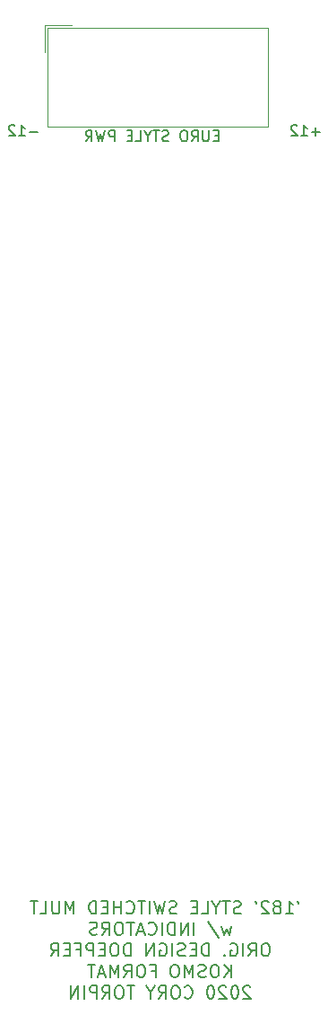
<source format=gbr>
G04 #@! TF.GenerationSoftware,KiCad,Pcbnew,(5.1.5)-3*
G04 #@! TF.CreationDate,2020-05-19T17:07:34-07:00*
G04 #@! TF.ProjectId,SM1REV1,534d3152-4556-4312-9e6b-696361645f70,rev?*
G04 #@! TF.SameCoordinates,Original*
G04 #@! TF.FileFunction,Legend,Bot*
G04 #@! TF.FilePolarity,Positive*
%FSLAX46Y46*%
G04 Gerber Fmt 4.6, Leading zero omitted, Abs format (unit mm)*
G04 Created by KiCad (PCBNEW (5.1.5)-3) date 2020-05-19 17:07:34*
%MOMM*%
%LPD*%
G04 APERTURE LIST*
%ADD10C,0.150000*%
%ADD11C,0.200000*%
%ADD12C,0.120000*%
G04 APERTURE END LIST*
D10*
X96583333Y-29281428D02*
X95821428Y-29281428D01*
X94821428Y-29662380D02*
X95392857Y-29662380D01*
X95107142Y-29662380D02*
X95107142Y-28662380D01*
X95202380Y-28805238D01*
X95297619Y-28900476D01*
X95392857Y-28948095D01*
X94440476Y-28757619D02*
X94392857Y-28710000D01*
X94297619Y-28662380D01*
X94059523Y-28662380D01*
X93964285Y-28710000D01*
X93916666Y-28757619D01*
X93869047Y-28852857D01*
X93869047Y-28948095D01*
X93916666Y-29090952D01*
X94488095Y-29662380D01*
X93869047Y-29662380D01*
D11*
X121175428Y-101784857D02*
X121289714Y-102013428D01*
X120032571Y-102984857D02*
X120718285Y-102984857D01*
X120375428Y-102984857D02*
X120375428Y-101784857D01*
X120489714Y-101956285D01*
X120604000Y-102070571D01*
X120718285Y-102127714D01*
X119346857Y-102299142D02*
X119461142Y-102242000D01*
X119518285Y-102184857D01*
X119575428Y-102070571D01*
X119575428Y-102013428D01*
X119518285Y-101899142D01*
X119461142Y-101842000D01*
X119346857Y-101784857D01*
X119118285Y-101784857D01*
X119004000Y-101842000D01*
X118946857Y-101899142D01*
X118889714Y-102013428D01*
X118889714Y-102070571D01*
X118946857Y-102184857D01*
X119004000Y-102242000D01*
X119118285Y-102299142D01*
X119346857Y-102299142D01*
X119461142Y-102356285D01*
X119518285Y-102413428D01*
X119575428Y-102527714D01*
X119575428Y-102756285D01*
X119518285Y-102870571D01*
X119461142Y-102927714D01*
X119346857Y-102984857D01*
X119118285Y-102984857D01*
X119004000Y-102927714D01*
X118946857Y-102870571D01*
X118889714Y-102756285D01*
X118889714Y-102527714D01*
X118946857Y-102413428D01*
X119004000Y-102356285D01*
X119118285Y-102299142D01*
X118432571Y-101899142D02*
X118375428Y-101842000D01*
X118261142Y-101784857D01*
X117975428Y-101784857D01*
X117861142Y-101842000D01*
X117804000Y-101899142D01*
X117746857Y-102013428D01*
X117746857Y-102127714D01*
X117804000Y-102299142D01*
X118489714Y-102984857D01*
X117746857Y-102984857D01*
X117175428Y-101784857D02*
X117289714Y-102013428D01*
X115804000Y-102927714D02*
X115632571Y-102984857D01*
X115346857Y-102984857D01*
X115232571Y-102927714D01*
X115175428Y-102870571D01*
X115118285Y-102756285D01*
X115118285Y-102642000D01*
X115175428Y-102527714D01*
X115232571Y-102470571D01*
X115346857Y-102413428D01*
X115575428Y-102356285D01*
X115689714Y-102299142D01*
X115746857Y-102242000D01*
X115804000Y-102127714D01*
X115804000Y-102013428D01*
X115746857Y-101899142D01*
X115689714Y-101842000D01*
X115575428Y-101784857D01*
X115289714Y-101784857D01*
X115118285Y-101842000D01*
X114775428Y-101784857D02*
X114089714Y-101784857D01*
X114432571Y-102984857D02*
X114432571Y-101784857D01*
X113461142Y-102413428D02*
X113461142Y-102984857D01*
X113861142Y-101784857D02*
X113461142Y-102413428D01*
X113061142Y-101784857D01*
X112089714Y-102984857D02*
X112661142Y-102984857D01*
X112661142Y-101784857D01*
X111689714Y-102356285D02*
X111289714Y-102356285D01*
X111118285Y-102984857D02*
X111689714Y-102984857D01*
X111689714Y-101784857D01*
X111118285Y-101784857D01*
X109746857Y-102927714D02*
X109575428Y-102984857D01*
X109289714Y-102984857D01*
X109175428Y-102927714D01*
X109118285Y-102870571D01*
X109061142Y-102756285D01*
X109061142Y-102642000D01*
X109118285Y-102527714D01*
X109175428Y-102470571D01*
X109289714Y-102413428D01*
X109518285Y-102356285D01*
X109632571Y-102299142D01*
X109689714Y-102242000D01*
X109746857Y-102127714D01*
X109746857Y-102013428D01*
X109689714Y-101899142D01*
X109632571Y-101842000D01*
X109518285Y-101784857D01*
X109232571Y-101784857D01*
X109061142Y-101842000D01*
X108661142Y-101784857D02*
X108375428Y-102984857D01*
X108146857Y-102127714D01*
X107918285Y-102984857D01*
X107632571Y-101784857D01*
X107175428Y-102984857D02*
X107175428Y-101784857D01*
X106775428Y-101784857D02*
X106089714Y-101784857D01*
X106432571Y-102984857D02*
X106432571Y-101784857D01*
X105004000Y-102870571D02*
X105061142Y-102927714D01*
X105232571Y-102984857D01*
X105346857Y-102984857D01*
X105518285Y-102927714D01*
X105632571Y-102813428D01*
X105689714Y-102699142D01*
X105746857Y-102470571D01*
X105746857Y-102299142D01*
X105689714Y-102070571D01*
X105632571Y-101956285D01*
X105518285Y-101842000D01*
X105346857Y-101784857D01*
X105232571Y-101784857D01*
X105061142Y-101842000D01*
X105004000Y-101899142D01*
X104489714Y-102984857D02*
X104489714Y-101784857D01*
X104489714Y-102356285D02*
X103804000Y-102356285D01*
X103804000Y-102984857D02*
X103804000Y-101784857D01*
X103232571Y-102356285D02*
X102832571Y-102356285D01*
X102661142Y-102984857D02*
X103232571Y-102984857D01*
X103232571Y-101784857D01*
X102661142Y-101784857D01*
X102146857Y-102984857D02*
X102146857Y-101784857D01*
X101861142Y-101784857D01*
X101689714Y-101842000D01*
X101575428Y-101956285D01*
X101518285Y-102070571D01*
X101461142Y-102299142D01*
X101461142Y-102470571D01*
X101518285Y-102699142D01*
X101575428Y-102813428D01*
X101689714Y-102927714D01*
X101861142Y-102984857D01*
X102146857Y-102984857D01*
X100032571Y-102984857D02*
X100032571Y-101784857D01*
X99632571Y-102642000D01*
X99232571Y-101784857D01*
X99232571Y-102984857D01*
X98661142Y-101784857D02*
X98661142Y-102756285D01*
X98604000Y-102870571D01*
X98546857Y-102927714D01*
X98432571Y-102984857D01*
X98204000Y-102984857D01*
X98089714Y-102927714D01*
X98032571Y-102870571D01*
X97975428Y-102756285D01*
X97975428Y-101784857D01*
X96832571Y-102984857D02*
X97404000Y-102984857D01*
X97404000Y-101784857D01*
X96604000Y-101784857D02*
X95918285Y-101784857D01*
X96261142Y-102984857D02*
X96261142Y-101784857D01*
X114918285Y-104184857D02*
X114689714Y-104984857D01*
X114461142Y-104413428D01*
X114232571Y-104984857D01*
X114004000Y-104184857D01*
X112689714Y-103727714D02*
X113718285Y-105270571D01*
X111375428Y-104984857D02*
X111375428Y-103784857D01*
X110804000Y-104984857D02*
X110804000Y-103784857D01*
X110118285Y-104984857D01*
X110118285Y-103784857D01*
X109546857Y-104984857D02*
X109546857Y-103784857D01*
X109261142Y-103784857D01*
X109089714Y-103842000D01*
X108975428Y-103956285D01*
X108918285Y-104070571D01*
X108861142Y-104299142D01*
X108861142Y-104470571D01*
X108918285Y-104699142D01*
X108975428Y-104813428D01*
X109089714Y-104927714D01*
X109261142Y-104984857D01*
X109546857Y-104984857D01*
X108346857Y-104984857D02*
X108346857Y-103784857D01*
X107089714Y-104870571D02*
X107146857Y-104927714D01*
X107318285Y-104984857D01*
X107432571Y-104984857D01*
X107604000Y-104927714D01*
X107718285Y-104813428D01*
X107775428Y-104699142D01*
X107832571Y-104470571D01*
X107832571Y-104299142D01*
X107775428Y-104070571D01*
X107718285Y-103956285D01*
X107604000Y-103842000D01*
X107432571Y-103784857D01*
X107318285Y-103784857D01*
X107146857Y-103842000D01*
X107089714Y-103899142D01*
X106632571Y-104642000D02*
X106061142Y-104642000D01*
X106746857Y-104984857D02*
X106346857Y-103784857D01*
X105946857Y-104984857D01*
X105718285Y-103784857D02*
X105032571Y-103784857D01*
X105375428Y-104984857D02*
X105375428Y-103784857D01*
X104404000Y-103784857D02*
X104175428Y-103784857D01*
X104061142Y-103842000D01*
X103946857Y-103956285D01*
X103889714Y-104184857D01*
X103889714Y-104584857D01*
X103946857Y-104813428D01*
X104061142Y-104927714D01*
X104175428Y-104984857D01*
X104404000Y-104984857D01*
X104518285Y-104927714D01*
X104632571Y-104813428D01*
X104689714Y-104584857D01*
X104689714Y-104184857D01*
X104632571Y-103956285D01*
X104518285Y-103842000D01*
X104404000Y-103784857D01*
X102689714Y-104984857D02*
X103089714Y-104413428D01*
X103375428Y-104984857D02*
X103375428Y-103784857D01*
X102918285Y-103784857D01*
X102804000Y-103842000D01*
X102746857Y-103899142D01*
X102689714Y-104013428D01*
X102689714Y-104184857D01*
X102746857Y-104299142D01*
X102804000Y-104356285D01*
X102918285Y-104413428D01*
X103375428Y-104413428D01*
X102232571Y-104927714D02*
X102061142Y-104984857D01*
X101775428Y-104984857D01*
X101661142Y-104927714D01*
X101604000Y-104870571D01*
X101546857Y-104756285D01*
X101546857Y-104642000D01*
X101604000Y-104527714D01*
X101661142Y-104470571D01*
X101775428Y-104413428D01*
X102004000Y-104356285D01*
X102118285Y-104299142D01*
X102175428Y-104242000D01*
X102232571Y-104127714D01*
X102232571Y-104013428D01*
X102175428Y-103899142D01*
X102118285Y-103842000D01*
X102004000Y-103784857D01*
X101718285Y-103784857D01*
X101546857Y-103842000D01*
X118261142Y-105784857D02*
X118032571Y-105784857D01*
X117918285Y-105842000D01*
X117804000Y-105956285D01*
X117746857Y-106184857D01*
X117746857Y-106584857D01*
X117804000Y-106813428D01*
X117918285Y-106927714D01*
X118032571Y-106984857D01*
X118261142Y-106984857D01*
X118375428Y-106927714D01*
X118489714Y-106813428D01*
X118546857Y-106584857D01*
X118546857Y-106184857D01*
X118489714Y-105956285D01*
X118375428Y-105842000D01*
X118261142Y-105784857D01*
X116546857Y-106984857D02*
X116946857Y-106413428D01*
X117232571Y-106984857D02*
X117232571Y-105784857D01*
X116775428Y-105784857D01*
X116661142Y-105842000D01*
X116604000Y-105899142D01*
X116546857Y-106013428D01*
X116546857Y-106184857D01*
X116604000Y-106299142D01*
X116661142Y-106356285D01*
X116775428Y-106413428D01*
X117232571Y-106413428D01*
X116032571Y-106984857D02*
X116032571Y-105784857D01*
X114832571Y-105842000D02*
X114946857Y-105784857D01*
X115118285Y-105784857D01*
X115289714Y-105842000D01*
X115404000Y-105956285D01*
X115461142Y-106070571D01*
X115518285Y-106299142D01*
X115518285Y-106470571D01*
X115461142Y-106699142D01*
X115404000Y-106813428D01*
X115289714Y-106927714D01*
X115118285Y-106984857D01*
X115004000Y-106984857D01*
X114832571Y-106927714D01*
X114775428Y-106870571D01*
X114775428Y-106470571D01*
X115004000Y-106470571D01*
X114261142Y-106870571D02*
X114204000Y-106927714D01*
X114261142Y-106984857D01*
X114318285Y-106927714D01*
X114261142Y-106870571D01*
X114261142Y-106984857D01*
X112775428Y-106984857D02*
X112775428Y-105784857D01*
X112489714Y-105784857D01*
X112318285Y-105842000D01*
X112204000Y-105956285D01*
X112146857Y-106070571D01*
X112089714Y-106299142D01*
X112089714Y-106470571D01*
X112146857Y-106699142D01*
X112204000Y-106813428D01*
X112318285Y-106927714D01*
X112489714Y-106984857D01*
X112775428Y-106984857D01*
X111575428Y-106356285D02*
X111175428Y-106356285D01*
X111004000Y-106984857D02*
X111575428Y-106984857D01*
X111575428Y-105784857D01*
X111004000Y-105784857D01*
X110546857Y-106927714D02*
X110375428Y-106984857D01*
X110089714Y-106984857D01*
X109975428Y-106927714D01*
X109918285Y-106870571D01*
X109861142Y-106756285D01*
X109861142Y-106642000D01*
X109918285Y-106527714D01*
X109975428Y-106470571D01*
X110089714Y-106413428D01*
X110318285Y-106356285D01*
X110432571Y-106299142D01*
X110489714Y-106242000D01*
X110546857Y-106127714D01*
X110546857Y-106013428D01*
X110489714Y-105899142D01*
X110432571Y-105842000D01*
X110318285Y-105784857D01*
X110032571Y-105784857D01*
X109861142Y-105842000D01*
X109346857Y-106984857D02*
X109346857Y-105784857D01*
X108146857Y-105842000D02*
X108261142Y-105784857D01*
X108432571Y-105784857D01*
X108604000Y-105842000D01*
X108718285Y-105956285D01*
X108775428Y-106070571D01*
X108832571Y-106299142D01*
X108832571Y-106470571D01*
X108775428Y-106699142D01*
X108718285Y-106813428D01*
X108604000Y-106927714D01*
X108432571Y-106984857D01*
X108318285Y-106984857D01*
X108146857Y-106927714D01*
X108089714Y-106870571D01*
X108089714Y-106470571D01*
X108318285Y-106470571D01*
X107575428Y-106984857D02*
X107575428Y-105784857D01*
X106889714Y-106984857D01*
X106889714Y-105784857D01*
X105404000Y-106984857D02*
X105404000Y-105784857D01*
X105118285Y-105784857D01*
X104946857Y-105842000D01*
X104832571Y-105956285D01*
X104775428Y-106070571D01*
X104718285Y-106299142D01*
X104718285Y-106470571D01*
X104775428Y-106699142D01*
X104832571Y-106813428D01*
X104946857Y-106927714D01*
X105118285Y-106984857D01*
X105404000Y-106984857D01*
X103975428Y-105784857D02*
X103746857Y-105784857D01*
X103632571Y-105842000D01*
X103518285Y-105956285D01*
X103461142Y-106184857D01*
X103461142Y-106584857D01*
X103518285Y-106813428D01*
X103632571Y-106927714D01*
X103746857Y-106984857D01*
X103975428Y-106984857D01*
X104089714Y-106927714D01*
X104204000Y-106813428D01*
X104261142Y-106584857D01*
X104261142Y-106184857D01*
X104204000Y-105956285D01*
X104089714Y-105842000D01*
X103975428Y-105784857D01*
X102946857Y-106356285D02*
X102546857Y-106356285D01*
X102375428Y-106984857D02*
X102946857Y-106984857D01*
X102946857Y-105784857D01*
X102375428Y-105784857D01*
X101861142Y-106984857D02*
X101861142Y-105784857D01*
X101404000Y-105784857D01*
X101289714Y-105842000D01*
X101232571Y-105899142D01*
X101175428Y-106013428D01*
X101175428Y-106184857D01*
X101232571Y-106299142D01*
X101289714Y-106356285D01*
X101404000Y-106413428D01*
X101861142Y-106413428D01*
X100261142Y-106356285D02*
X100661142Y-106356285D01*
X100661142Y-106984857D02*
X100661142Y-105784857D01*
X100089714Y-105784857D01*
X99632571Y-106356285D02*
X99232571Y-106356285D01*
X99061142Y-106984857D02*
X99632571Y-106984857D01*
X99632571Y-105784857D01*
X99061142Y-105784857D01*
X97861142Y-106984857D02*
X98261142Y-106413428D01*
X98546857Y-106984857D02*
X98546857Y-105784857D01*
X98089714Y-105784857D01*
X97975428Y-105842000D01*
X97918285Y-105899142D01*
X97861142Y-106013428D01*
X97861142Y-106184857D01*
X97918285Y-106299142D01*
X97975428Y-106356285D01*
X98089714Y-106413428D01*
X98546857Y-106413428D01*
X114889714Y-108984857D02*
X114889714Y-107784857D01*
X114204000Y-108984857D02*
X114718285Y-108299142D01*
X114204000Y-107784857D02*
X114889714Y-108470571D01*
X113461142Y-107784857D02*
X113232571Y-107784857D01*
X113118285Y-107842000D01*
X113004000Y-107956285D01*
X112946857Y-108184857D01*
X112946857Y-108584857D01*
X113004000Y-108813428D01*
X113118285Y-108927714D01*
X113232571Y-108984857D01*
X113461142Y-108984857D01*
X113575428Y-108927714D01*
X113689714Y-108813428D01*
X113746857Y-108584857D01*
X113746857Y-108184857D01*
X113689714Y-107956285D01*
X113575428Y-107842000D01*
X113461142Y-107784857D01*
X112489714Y-108927714D02*
X112318285Y-108984857D01*
X112032571Y-108984857D01*
X111918285Y-108927714D01*
X111861142Y-108870571D01*
X111804000Y-108756285D01*
X111804000Y-108642000D01*
X111861142Y-108527714D01*
X111918285Y-108470571D01*
X112032571Y-108413428D01*
X112261142Y-108356285D01*
X112375428Y-108299142D01*
X112432571Y-108242000D01*
X112489714Y-108127714D01*
X112489714Y-108013428D01*
X112432571Y-107899142D01*
X112375428Y-107842000D01*
X112261142Y-107784857D01*
X111975428Y-107784857D01*
X111804000Y-107842000D01*
X111289714Y-108984857D02*
X111289714Y-107784857D01*
X110889714Y-108642000D01*
X110489714Y-107784857D01*
X110489714Y-108984857D01*
X109689714Y-107784857D02*
X109461142Y-107784857D01*
X109346857Y-107842000D01*
X109232571Y-107956285D01*
X109175428Y-108184857D01*
X109175428Y-108584857D01*
X109232571Y-108813428D01*
X109346857Y-108927714D01*
X109461142Y-108984857D01*
X109689714Y-108984857D01*
X109804000Y-108927714D01*
X109918285Y-108813428D01*
X109975428Y-108584857D01*
X109975428Y-108184857D01*
X109918285Y-107956285D01*
X109804000Y-107842000D01*
X109689714Y-107784857D01*
X107346857Y-108356285D02*
X107746857Y-108356285D01*
X107746857Y-108984857D02*
X107746857Y-107784857D01*
X107175428Y-107784857D01*
X106489714Y-107784857D02*
X106261142Y-107784857D01*
X106146857Y-107842000D01*
X106032571Y-107956285D01*
X105975428Y-108184857D01*
X105975428Y-108584857D01*
X106032571Y-108813428D01*
X106146857Y-108927714D01*
X106261142Y-108984857D01*
X106489714Y-108984857D01*
X106604000Y-108927714D01*
X106718285Y-108813428D01*
X106775428Y-108584857D01*
X106775428Y-108184857D01*
X106718285Y-107956285D01*
X106604000Y-107842000D01*
X106489714Y-107784857D01*
X104775428Y-108984857D02*
X105175428Y-108413428D01*
X105461142Y-108984857D02*
X105461142Y-107784857D01*
X105004000Y-107784857D01*
X104889714Y-107842000D01*
X104832571Y-107899142D01*
X104775428Y-108013428D01*
X104775428Y-108184857D01*
X104832571Y-108299142D01*
X104889714Y-108356285D01*
X105004000Y-108413428D01*
X105461142Y-108413428D01*
X104261142Y-108984857D02*
X104261142Y-107784857D01*
X103861142Y-108642000D01*
X103461142Y-107784857D01*
X103461142Y-108984857D01*
X102946857Y-108642000D02*
X102375428Y-108642000D01*
X103061142Y-108984857D02*
X102661142Y-107784857D01*
X102261142Y-108984857D01*
X102032571Y-107784857D02*
X101346857Y-107784857D01*
X101689714Y-108984857D02*
X101689714Y-107784857D01*
X116718285Y-109899142D02*
X116661142Y-109842000D01*
X116546857Y-109784857D01*
X116261142Y-109784857D01*
X116146857Y-109842000D01*
X116089714Y-109899142D01*
X116032571Y-110013428D01*
X116032571Y-110127714D01*
X116089714Y-110299142D01*
X116775428Y-110984857D01*
X116032571Y-110984857D01*
X115289714Y-109784857D02*
X115175428Y-109784857D01*
X115061142Y-109842000D01*
X115004000Y-109899142D01*
X114946857Y-110013428D01*
X114889714Y-110242000D01*
X114889714Y-110527714D01*
X114946857Y-110756285D01*
X115004000Y-110870571D01*
X115061142Y-110927714D01*
X115175428Y-110984857D01*
X115289714Y-110984857D01*
X115404000Y-110927714D01*
X115461142Y-110870571D01*
X115518285Y-110756285D01*
X115575428Y-110527714D01*
X115575428Y-110242000D01*
X115518285Y-110013428D01*
X115461142Y-109899142D01*
X115404000Y-109842000D01*
X115289714Y-109784857D01*
X114432571Y-109899142D02*
X114375428Y-109842000D01*
X114261142Y-109784857D01*
X113975428Y-109784857D01*
X113861142Y-109842000D01*
X113804000Y-109899142D01*
X113746857Y-110013428D01*
X113746857Y-110127714D01*
X113804000Y-110299142D01*
X114489714Y-110984857D01*
X113746857Y-110984857D01*
X113004000Y-109784857D02*
X112889714Y-109784857D01*
X112775428Y-109842000D01*
X112718285Y-109899142D01*
X112661142Y-110013428D01*
X112604000Y-110242000D01*
X112604000Y-110527714D01*
X112661142Y-110756285D01*
X112718285Y-110870571D01*
X112775428Y-110927714D01*
X112889714Y-110984857D01*
X113004000Y-110984857D01*
X113118285Y-110927714D01*
X113175428Y-110870571D01*
X113232571Y-110756285D01*
X113289714Y-110527714D01*
X113289714Y-110242000D01*
X113232571Y-110013428D01*
X113175428Y-109899142D01*
X113118285Y-109842000D01*
X113004000Y-109784857D01*
X110489714Y-110870571D02*
X110546857Y-110927714D01*
X110718285Y-110984857D01*
X110832571Y-110984857D01*
X111004000Y-110927714D01*
X111118285Y-110813428D01*
X111175428Y-110699142D01*
X111232571Y-110470571D01*
X111232571Y-110299142D01*
X111175428Y-110070571D01*
X111118285Y-109956285D01*
X111004000Y-109842000D01*
X110832571Y-109784857D01*
X110718285Y-109784857D01*
X110546857Y-109842000D01*
X110489714Y-109899142D01*
X109746857Y-109784857D02*
X109518285Y-109784857D01*
X109404000Y-109842000D01*
X109289714Y-109956285D01*
X109232571Y-110184857D01*
X109232571Y-110584857D01*
X109289714Y-110813428D01*
X109404000Y-110927714D01*
X109518285Y-110984857D01*
X109746857Y-110984857D01*
X109861142Y-110927714D01*
X109975428Y-110813428D01*
X110032571Y-110584857D01*
X110032571Y-110184857D01*
X109975428Y-109956285D01*
X109861142Y-109842000D01*
X109746857Y-109784857D01*
X108032571Y-110984857D02*
X108432571Y-110413428D01*
X108718285Y-110984857D02*
X108718285Y-109784857D01*
X108261142Y-109784857D01*
X108146857Y-109842000D01*
X108089714Y-109899142D01*
X108032571Y-110013428D01*
X108032571Y-110184857D01*
X108089714Y-110299142D01*
X108146857Y-110356285D01*
X108261142Y-110413428D01*
X108718285Y-110413428D01*
X107289714Y-110413428D02*
X107289714Y-110984857D01*
X107689714Y-109784857D02*
X107289714Y-110413428D01*
X106889714Y-109784857D01*
X105746857Y-109784857D02*
X105061142Y-109784857D01*
X105404000Y-110984857D02*
X105404000Y-109784857D01*
X104432571Y-109784857D02*
X104204000Y-109784857D01*
X104089714Y-109842000D01*
X103975428Y-109956285D01*
X103918285Y-110184857D01*
X103918285Y-110584857D01*
X103975428Y-110813428D01*
X104089714Y-110927714D01*
X104204000Y-110984857D01*
X104432571Y-110984857D01*
X104546857Y-110927714D01*
X104661142Y-110813428D01*
X104718285Y-110584857D01*
X104718285Y-110184857D01*
X104661142Y-109956285D01*
X104546857Y-109842000D01*
X104432571Y-109784857D01*
X102718285Y-110984857D02*
X103118285Y-110413428D01*
X103404000Y-110984857D02*
X103404000Y-109784857D01*
X102946857Y-109784857D01*
X102832571Y-109842000D01*
X102775428Y-109899142D01*
X102718285Y-110013428D01*
X102718285Y-110184857D01*
X102775428Y-110299142D01*
X102832571Y-110356285D01*
X102946857Y-110413428D01*
X103404000Y-110413428D01*
X102204000Y-110984857D02*
X102204000Y-109784857D01*
X101746857Y-109784857D01*
X101632571Y-109842000D01*
X101575428Y-109899142D01*
X101518285Y-110013428D01*
X101518285Y-110184857D01*
X101575428Y-110299142D01*
X101632571Y-110356285D01*
X101746857Y-110413428D01*
X102204000Y-110413428D01*
X101004000Y-110984857D02*
X101004000Y-109784857D01*
X100432571Y-110984857D02*
X100432571Y-109784857D01*
X99746857Y-110984857D01*
X99746857Y-109784857D01*
D10*
X123253333Y-29281428D02*
X122491428Y-29281428D01*
X122872380Y-29662380D02*
X122872380Y-28900476D01*
X121491428Y-29662380D02*
X122062857Y-29662380D01*
X121777142Y-29662380D02*
X121777142Y-28662380D01*
X121872380Y-28805238D01*
X121967619Y-28900476D01*
X122062857Y-28948095D01*
X121110476Y-28757619D02*
X121062857Y-28710000D01*
X120967619Y-28662380D01*
X120729523Y-28662380D01*
X120634285Y-28710000D01*
X120586666Y-28757619D01*
X120539047Y-28852857D01*
X120539047Y-28948095D01*
X120586666Y-29090952D01*
X121158095Y-29662380D01*
X120539047Y-29662380D01*
D12*
X97270000Y-19205000D02*
X97270000Y-21745000D01*
X97270000Y-19205000D02*
X99810000Y-19205000D01*
X97520000Y-19455000D02*
X97520000Y-28805000D01*
X118380000Y-19455000D02*
X97520000Y-19455000D01*
X118380000Y-28805000D02*
X118380000Y-19455000D01*
X97520000Y-28805000D02*
X118380000Y-28805000D01*
D10*
X113680095Y-29646571D02*
X113346761Y-29646571D01*
X113203904Y-30170380D02*
X113680095Y-30170380D01*
X113680095Y-29170380D01*
X113203904Y-29170380D01*
X112775333Y-29170380D02*
X112775333Y-29979904D01*
X112727714Y-30075142D01*
X112680095Y-30122761D01*
X112584857Y-30170380D01*
X112394380Y-30170380D01*
X112299142Y-30122761D01*
X112251523Y-30075142D01*
X112203904Y-29979904D01*
X112203904Y-29170380D01*
X111156285Y-30170380D02*
X111489619Y-29694190D01*
X111727714Y-30170380D02*
X111727714Y-29170380D01*
X111346761Y-29170380D01*
X111251523Y-29218000D01*
X111203904Y-29265619D01*
X111156285Y-29360857D01*
X111156285Y-29503714D01*
X111203904Y-29598952D01*
X111251523Y-29646571D01*
X111346761Y-29694190D01*
X111727714Y-29694190D01*
X110537238Y-29170380D02*
X110346761Y-29170380D01*
X110251523Y-29218000D01*
X110156285Y-29313238D01*
X110108666Y-29503714D01*
X110108666Y-29837047D01*
X110156285Y-30027523D01*
X110251523Y-30122761D01*
X110346761Y-30170380D01*
X110537238Y-30170380D01*
X110632476Y-30122761D01*
X110727714Y-30027523D01*
X110775333Y-29837047D01*
X110775333Y-29503714D01*
X110727714Y-29313238D01*
X110632476Y-29218000D01*
X110537238Y-29170380D01*
X108965809Y-30122761D02*
X108822952Y-30170380D01*
X108584857Y-30170380D01*
X108489619Y-30122761D01*
X108442000Y-30075142D01*
X108394380Y-29979904D01*
X108394380Y-29884666D01*
X108442000Y-29789428D01*
X108489619Y-29741809D01*
X108584857Y-29694190D01*
X108775333Y-29646571D01*
X108870571Y-29598952D01*
X108918190Y-29551333D01*
X108965809Y-29456095D01*
X108965809Y-29360857D01*
X108918190Y-29265619D01*
X108870571Y-29218000D01*
X108775333Y-29170380D01*
X108537238Y-29170380D01*
X108394380Y-29218000D01*
X108108666Y-29170380D02*
X107537238Y-29170380D01*
X107822952Y-30170380D02*
X107822952Y-29170380D01*
X107013428Y-29694190D02*
X107013428Y-30170380D01*
X107346761Y-29170380D02*
X107013428Y-29694190D01*
X106680095Y-29170380D01*
X105870571Y-30170380D02*
X106346761Y-30170380D01*
X106346761Y-29170380D01*
X105537238Y-29646571D02*
X105203904Y-29646571D01*
X105061047Y-30170380D02*
X105537238Y-30170380D01*
X105537238Y-29170380D01*
X105061047Y-29170380D01*
X103870571Y-30170380D02*
X103870571Y-29170380D01*
X103489619Y-29170380D01*
X103394380Y-29218000D01*
X103346761Y-29265619D01*
X103299142Y-29360857D01*
X103299142Y-29503714D01*
X103346761Y-29598952D01*
X103394380Y-29646571D01*
X103489619Y-29694190D01*
X103870571Y-29694190D01*
X102965809Y-29170380D02*
X102727714Y-30170380D01*
X102537238Y-29456095D01*
X102346761Y-30170380D01*
X102108666Y-29170380D01*
X101156285Y-30170380D02*
X101489619Y-29694190D01*
X101727714Y-30170380D02*
X101727714Y-29170380D01*
X101346761Y-29170380D01*
X101251523Y-29218000D01*
X101203904Y-29265619D01*
X101156285Y-29360857D01*
X101156285Y-29503714D01*
X101203904Y-29598952D01*
X101251523Y-29646571D01*
X101346761Y-29694190D01*
X101727714Y-29694190D01*
M02*

</source>
